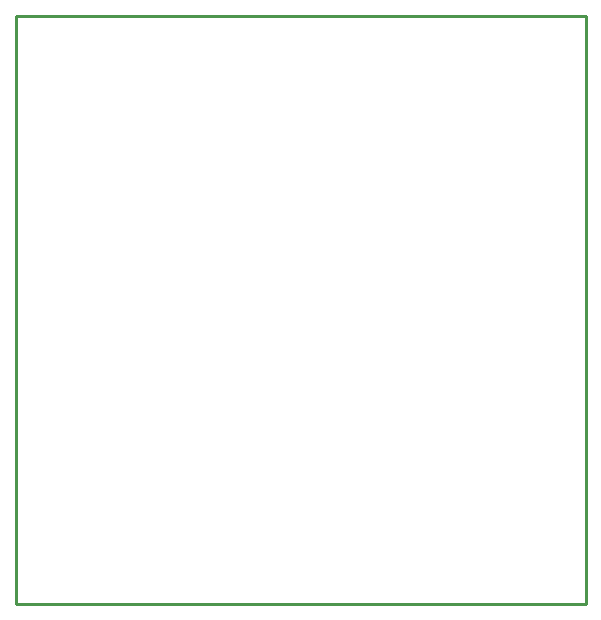
<source format=gko>
G04 Layer_Color=16711935*
%FSAX24Y24*%
%MOIN*%
G70*
G01*
G75*
%ADD10C,0.0100*%
D10*
X034000Y057000D02*
X053000D01*
X034000Y037400D02*
Y057000D01*
X053000Y037400D02*
Y057000D01*
X034000Y037400D02*
X053000D01*
M02*

</source>
